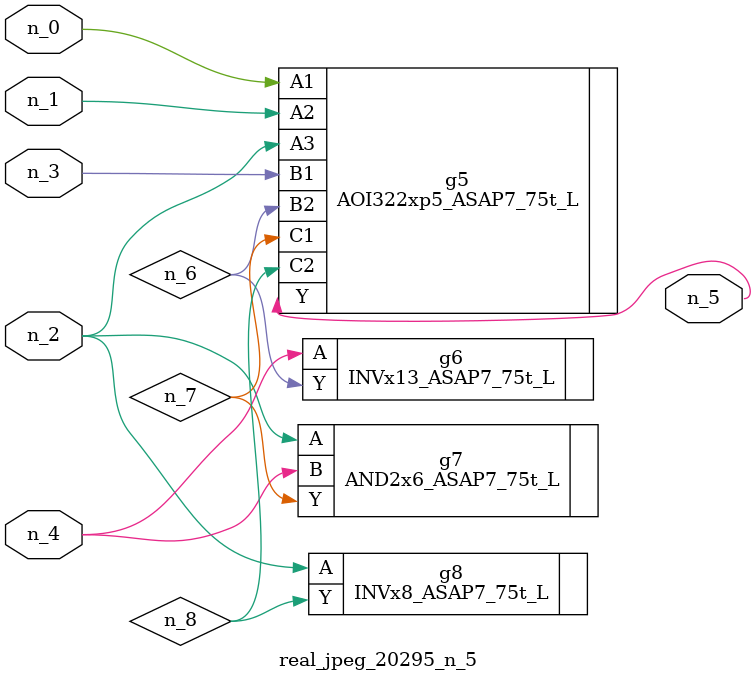
<source format=v>
module real_jpeg_20295_n_5 (n_4, n_0, n_1, n_2, n_3, n_5);

input n_4;
input n_0;
input n_1;
input n_2;
input n_3;

output n_5;

wire n_8;
wire n_6;
wire n_7;

AOI322xp5_ASAP7_75t_L g5 ( 
.A1(n_0),
.A2(n_1),
.A3(n_2),
.B1(n_3),
.B2(n_6),
.C1(n_7),
.C2(n_8),
.Y(n_5)
);

AND2x6_ASAP7_75t_L g7 ( 
.A(n_2),
.B(n_4),
.Y(n_7)
);

INVx8_ASAP7_75t_L g8 ( 
.A(n_2),
.Y(n_8)
);

INVx13_ASAP7_75t_L g6 ( 
.A(n_4),
.Y(n_6)
);


endmodule
</source>
